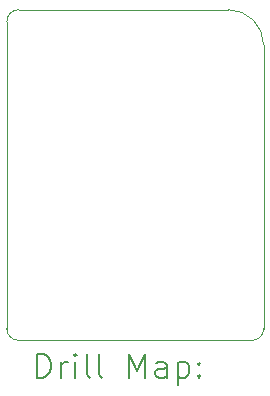
<source format=gbr>
%TF.GenerationSoftware,KiCad,Pcbnew,8.0.1*%
%TF.CreationDate,2024-07-10T15:35:58+08:00*%
%TF.ProjectId,555Sandbox,35353553-616e-4646-926f-782e6b696361,1.0.0*%
%TF.SameCoordinates,Original*%
%TF.FileFunction,Drillmap*%
%TF.FilePolarity,Positive*%
%FSLAX45Y45*%
G04 Gerber Fmt 4.5, Leading zero omitted, Abs format (unit mm)*
G04 Created by KiCad (PCBNEW 8.0.1) date 2024-07-10 15:35:58*
%MOMM*%
%LPD*%
G01*
G04 APERTURE LIST*
%ADD10C,0.050000*%
%ADD11C,0.200000*%
G04 APERTURE END LIST*
D10*
X9370000Y-6690000D02*
G75*
G02*
X9670000Y-6990000I0J-300000D01*
G01*
X9670000Y-9390000D02*
X9670000Y-6990000D01*
X7595000Y-9490000D02*
G75*
G02*
X7494292Y-9390005I0J100710D01*
G01*
X7495000Y-9390000D02*
X7495000Y-6790000D01*
X9670000Y-9390000D02*
G75*
G02*
X9570000Y-9490000I-100000J0D01*
G01*
X9570000Y-9490000D02*
X7595000Y-9490000D01*
X7495000Y-6790000D02*
G75*
G02*
X7595000Y-6690000I100000J0D01*
G01*
X7595000Y-6690000D02*
X9370000Y-6690000D01*
D11*
X7752569Y-9803984D02*
X7752569Y-9603984D01*
X7752569Y-9603984D02*
X7800188Y-9603984D01*
X7800188Y-9603984D02*
X7828759Y-9613508D01*
X7828759Y-9613508D02*
X7847807Y-9632555D01*
X7847807Y-9632555D02*
X7857330Y-9651603D01*
X7857330Y-9651603D02*
X7866854Y-9689698D01*
X7866854Y-9689698D02*
X7866854Y-9718270D01*
X7866854Y-9718270D02*
X7857330Y-9756365D01*
X7857330Y-9756365D02*
X7847807Y-9775412D01*
X7847807Y-9775412D02*
X7828759Y-9794460D01*
X7828759Y-9794460D02*
X7800188Y-9803984D01*
X7800188Y-9803984D02*
X7752569Y-9803984D01*
X7952569Y-9803984D02*
X7952569Y-9670650D01*
X7952569Y-9708746D02*
X7962092Y-9689698D01*
X7962092Y-9689698D02*
X7971616Y-9680174D01*
X7971616Y-9680174D02*
X7990664Y-9670650D01*
X7990664Y-9670650D02*
X8009711Y-9670650D01*
X8076378Y-9803984D02*
X8076378Y-9670650D01*
X8076378Y-9603984D02*
X8066854Y-9613508D01*
X8066854Y-9613508D02*
X8076378Y-9623031D01*
X8076378Y-9623031D02*
X8085902Y-9613508D01*
X8085902Y-9613508D02*
X8076378Y-9603984D01*
X8076378Y-9603984D02*
X8076378Y-9623031D01*
X8200188Y-9803984D02*
X8181140Y-9794460D01*
X8181140Y-9794460D02*
X8171616Y-9775412D01*
X8171616Y-9775412D02*
X8171616Y-9603984D01*
X8304949Y-9803984D02*
X8285902Y-9794460D01*
X8285902Y-9794460D02*
X8276378Y-9775412D01*
X8276378Y-9775412D02*
X8276378Y-9603984D01*
X8533521Y-9803984D02*
X8533521Y-9603984D01*
X8533521Y-9603984D02*
X8600188Y-9746841D01*
X8600188Y-9746841D02*
X8666854Y-9603984D01*
X8666854Y-9603984D02*
X8666854Y-9803984D01*
X8847807Y-9803984D02*
X8847807Y-9699222D01*
X8847807Y-9699222D02*
X8838283Y-9680174D01*
X8838283Y-9680174D02*
X8819235Y-9670650D01*
X8819235Y-9670650D02*
X8781140Y-9670650D01*
X8781140Y-9670650D02*
X8762092Y-9680174D01*
X8847807Y-9794460D02*
X8828759Y-9803984D01*
X8828759Y-9803984D02*
X8781140Y-9803984D01*
X8781140Y-9803984D02*
X8762092Y-9794460D01*
X8762092Y-9794460D02*
X8752569Y-9775412D01*
X8752569Y-9775412D02*
X8752569Y-9756365D01*
X8752569Y-9756365D02*
X8762092Y-9737317D01*
X8762092Y-9737317D02*
X8781140Y-9727793D01*
X8781140Y-9727793D02*
X8828759Y-9727793D01*
X8828759Y-9727793D02*
X8847807Y-9718270D01*
X8943045Y-9670650D02*
X8943045Y-9870650D01*
X8943045Y-9680174D02*
X8962092Y-9670650D01*
X8962092Y-9670650D02*
X9000188Y-9670650D01*
X9000188Y-9670650D02*
X9019235Y-9680174D01*
X9019235Y-9680174D02*
X9028759Y-9689698D01*
X9028759Y-9689698D02*
X9038283Y-9708746D01*
X9038283Y-9708746D02*
X9038283Y-9765889D01*
X9038283Y-9765889D02*
X9028759Y-9784936D01*
X9028759Y-9784936D02*
X9019235Y-9794460D01*
X9019235Y-9794460D02*
X9000188Y-9803984D01*
X9000188Y-9803984D02*
X8962092Y-9803984D01*
X8962092Y-9803984D02*
X8943045Y-9794460D01*
X9123997Y-9784936D02*
X9133521Y-9794460D01*
X9133521Y-9794460D02*
X9123997Y-9803984D01*
X9123997Y-9803984D02*
X9114473Y-9794460D01*
X9114473Y-9794460D02*
X9123997Y-9784936D01*
X9123997Y-9784936D02*
X9123997Y-9803984D01*
X9123997Y-9680174D02*
X9133521Y-9689698D01*
X9133521Y-9689698D02*
X9123997Y-9699222D01*
X9123997Y-9699222D02*
X9114473Y-9689698D01*
X9114473Y-9689698D02*
X9123997Y-9680174D01*
X9123997Y-9680174D02*
X9123997Y-9699222D01*
M02*

</source>
